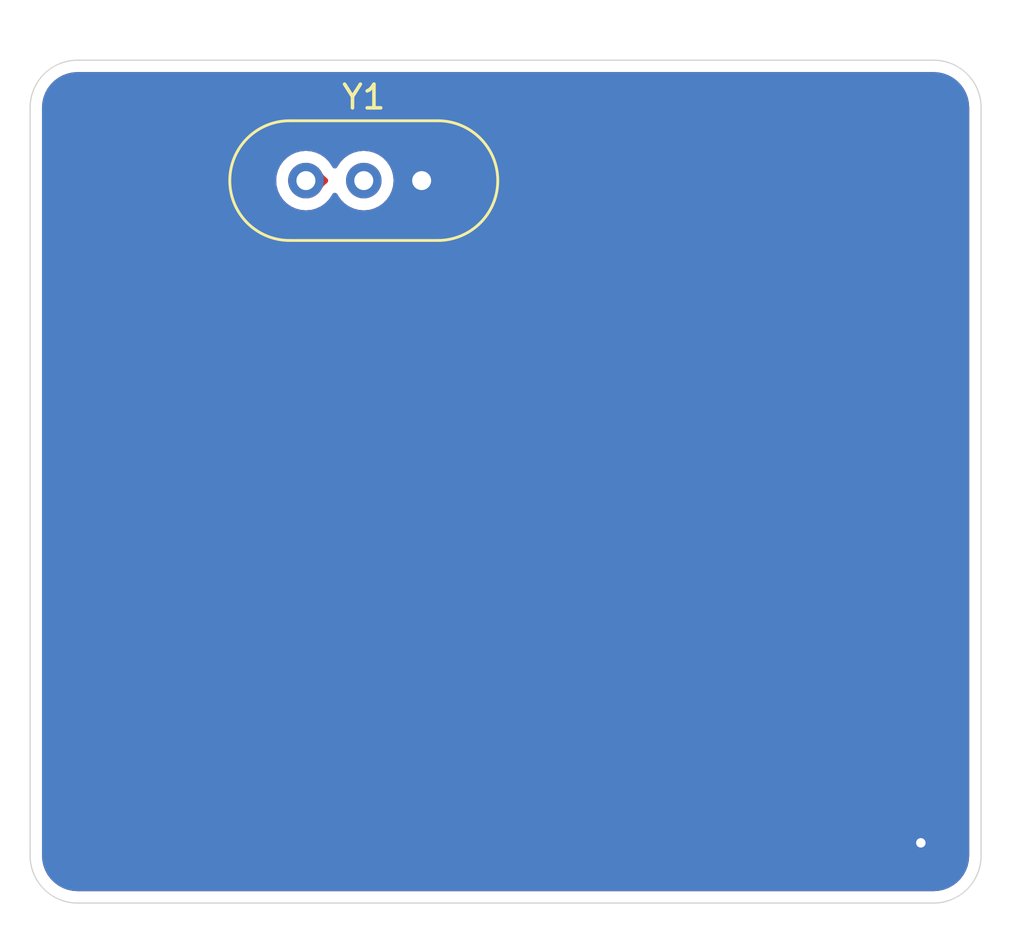
<source format=kicad_pcb>
(kicad_pcb (version 20240108) (generator "pcbnew") (generator_version "8.0")
  (layers (0 "F.Cu" signal) (31 "B.Cu" signal) (34 "B.Paste" user) (35 "F.Paste" user) (36 "B.SilkS" user "B.Silkscreen") (37 "F.SilkS" user "F.Silkscreen") (38 "B.Mask" user) (39 "F.Mask" user) (44 "Edge.Cuts" user))
  (net 0 "")
  (net 1 "/NET1")
  (net 2 "GND")
  (net 3 "/NET2")
  (footprint "Crystal:Crystal_HC49-U-3Pin_Vertical" (layer "F.Cu") (at 11.63 5.08)
    (property "Reference" "Y1" (at 2.44 -3.525 0) (layer "F.SilkS"))
    (property "Value" "Crystal_GND3" (hide yes))
    (fp_line (start -0.685 -2.525) (end 5.565 -2.525) (stroke (width 0.12)) (layer "F.SilkS"))
    (fp_line (start -0.685 2.525) (end 5.565 2.525) (stroke (width 0.12)) (layer "F.SilkS"))
    (fp_arc (start -0.685 2.525) (mid -3.21 0) (end -0.685 -2.525) (stroke (width 0.12)) (layer "F.SilkS"))
    (fp_arc (start 5.565 -2.525) (mid 8.09 0) (end 5.565 2.525) (stroke (width 0.12)) (layer "F.SilkS"))
    (pad "1" thru_hole circle (at 0 0) (size 1.5 1.5) (drill 0.8) (layers "*.Cu" "*.Mask") (net 1 "/NET1"))
    (pad "2" thru_hole circle (at 2.44 0) (size 1.5 1.5) (drill 0.8) (layers "*.Cu" "*.Mask") (net 3 "/NET2"))
    (pad "3" thru_hole circle (at 4.88 0) (size 1.5 1.5) (drill 0.8) (layers "*.Cu" "*.Mask") (net 2 "GND"))
  )
  (gr_line (start 38.1 35.56) (end 2 35.56) (stroke (width 0.05)) (layer "Edge.Cuts"))
  (gr_line (start 2 0) (end 38.1 0) (stroke (width 0.05)) (layer "Edge.Cuts"))
  (gr_arc (start 2 35.56) (mid 0.585786 34.974214) (end 0 33.56) (stroke (width 0.05)) (layer "Edge.Cuts"))
  (gr_arc (start 40.1 33.56) (mid 39.514214 34.974214) (end 38.1 35.56) (stroke (width 0.05)) (layer "Edge.Cuts"))
  (gr_line (start 0 33.56) (end 0 2) (stroke (width 0.05)) (layer "Edge.Cuts"))
  (gr_arc (start 0 2) (mid 0.585786 0.585786) (end 2 0) (stroke (width 0.05)) (layer "Edge.Cuts"))
  (gr_arc (start 38.1 0) (mid 39.514214 0.585786) (end 40.1 2) (stroke (width 0.05)) (layer "Edge.Cuts"))
  (gr_line (start 40.1 2) (end 40.1 33.56) (stroke (width 0.05)) (layer "Edge.Cuts"))
  (via (at 37.56 33.02) (size 0.8) (drill 0.4) (layers "F.Cu" "B.Cu") (net 2))
  (zone (net 0) (net_name "") (layer "F.Cu") (connect_pads (clearance 0)) (min_thickness 0.25)
    (keepout (tracks not_allowed) (vias not_allowed) (pads not_allowed) (copperpour not_allowed) (footprints allowed))
    (fill (thermal_gap 0.5) (thermal_bridge_width 0.5) (island_removal_mode 1) (island_area_min 10))
    (polygon (pts (xy 17.78 13.97) (xy 27.94 3.81) (xy 27.94 21.59) (xy 17.78 21.59)))
  )
  (zone (net 1) (net_name "/NET1") (layer "F.Cu") (name "Zinside") (connect_pads yes (clearance 0.5)) (min_thickness 0.25) (fill yes (thermal_gap 0.5) (thermal_bridge_width 0.5) (island_removal_mode 1) (island_area_min 10))
    (polygon (pts (xy 6.35 -2.54) (xy 6.35 8.89) (xy 34.29 8.89) (xy 34.29 -2.54)))
  )
  (zone (net 2) (net_name "GND") (layers "F&B.Cu") (name "Zoutside") (priority 1) (connect_pads yes (clearance 0.5)) (min_thickness 0.25) (fill yes (thermal_gap 0.5) (thermal_bridge_width 0.5) (island_removal_mode 1) (island_area_min 10))
    (polygon (pts (xy -1.27 -1.27) (xy 41.91 -1.27) (xy 41.91 36.83) (xy -1.27 36.83)))
  )
)
</source>
